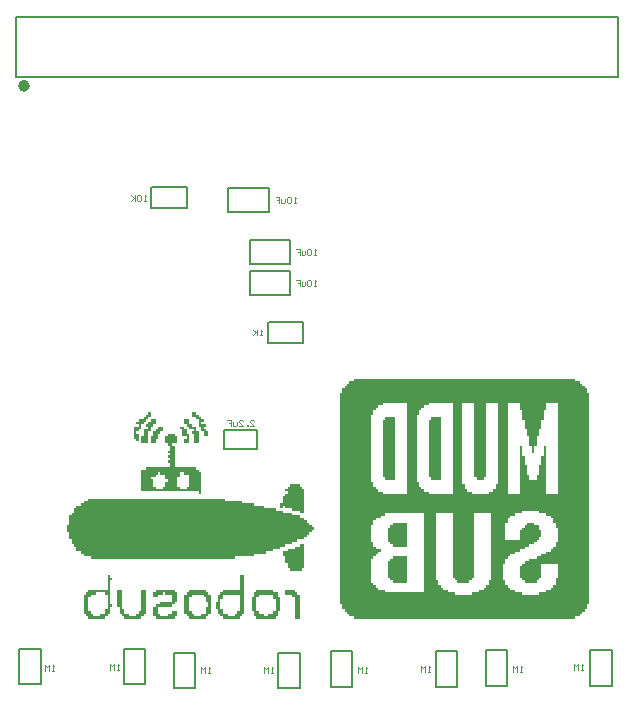
<source format=gbo>
G04*
G04 #@! TF.GenerationSoftware,Altium Limited,Altium Designer,19.1.8 (144)*
G04*
G04 Layer_Color=13431551*
%FSLAX25Y25*%
%MOIN*%
G70*
G01*
G75*
%ADD10C,0.00394*%
%ADD11C,0.00787*%
%ADD77C,0.01968*%
G36*
X127357Y228302D02*
X128157D01*
Y227502D01*
X128957D01*
Y226702D01*
X129757D01*
Y225902D01*
X128957D01*
Y225102D01*
X130558D01*
Y224302D01*
X129757D01*
Y223502D01*
X130558D01*
Y222702D01*
X131358D01*
Y221902D01*
Y221102D01*
X129757D01*
Y221902D01*
Y222702D01*
X128957D01*
Y223502D01*
Y224302D01*
X128157D01*
Y225102D01*
Y225902D01*
Y226702D01*
X127357D01*
Y227502D01*
X125758D01*
Y228302D01*
Y229102D01*
X127357D01*
Y228302D01*
D02*
G37*
G36*
X112157D02*
Y227502D01*
X111357D01*
Y226702D01*
X110557D01*
Y225902D01*
X109757D01*
Y225102D01*
X108958D01*
Y224302D01*
Y223502D01*
X108158D01*
Y222702D01*
X107358D01*
Y221902D01*
X108158D01*
Y221102D01*
Y220302D01*
Y219502D01*
X107358D01*
Y220302D01*
X106558D01*
Y221102D01*
Y221902D01*
Y222702D01*
Y223502D01*
Y224302D01*
X108158D01*
Y225102D01*
X107358D01*
Y225902D01*
X108158D01*
Y226702D01*
X109757D01*
Y227502D01*
X110557D01*
Y228302D01*
X111357D01*
Y229102D01*
X112157D01*
Y228302D01*
D02*
G37*
G36*
X124958Y225902D02*
Y225102D01*
X125758D01*
Y224302D01*
X127357D01*
Y223502D01*
Y222702D01*
X128157D01*
Y221902D01*
Y221102D01*
Y220302D01*
Y219502D01*
Y218702D01*
X126558D01*
Y219502D01*
Y220302D01*
Y221102D01*
Y221902D01*
X125758D01*
Y222702D01*
X126558D01*
Y223502D01*
X124958D01*
Y224302D01*
X124158D01*
Y225102D01*
X123357D01*
Y225902D01*
Y226702D01*
X124958D01*
Y225902D01*
D02*
G37*
G36*
X123357Y223502D02*
X124158D01*
Y222702D01*
Y221902D01*
X124958D01*
Y221102D01*
Y220302D01*
Y219502D01*
Y218702D01*
X123357D01*
Y219502D01*
Y220302D01*
X124158D01*
Y221102D01*
X122557D01*
Y221902D01*
Y222702D01*
Y223502D01*
X121757D01*
Y224302D01*
X123357D01*
Y223502D01*
D02*
G37*
G36*
X116157D02*
Y222702D01*
X115357D01*
Y221902D01*
X114558D01*
Y221102D01*
Y220302D01*
X113758D01*
Y219502D01*
Y218702D01*
X112157D01*
Y219502D01*
Y220302D01*
Y221102D01*
X112958D01*
Y221902D01*
Y222702D01*
X113758D01*
Y223502D01*
X114558D01*
Y224302D01*
X116157D01*
Y223502D01*
D02*
G37*
G36*
X113758Y225902D02*
Y225102D01*
X112958D01*
Y224302D01*
X112157D01*
Y223502D01*
Y222702D01*
X111357D01*
Y221902D01*
Y221102D01*
Y220302D01*
Y219502D01*
Y218702D01*
X108958D01*
Y219502D01*
Y220302D01*
Y221102D01*
X109757D01*
Y221902D01*
Y222702D01*
Y223502D01*
X111357D01*
Y224302D01*
X110557D01*
Y225102D01*
X111357D01*
Y225902D01*
X112157D01*
Y226702D01*
X113758D01*
Y225902D01*
D02*
G37*
G36*
X120158Y221102D02*
X120958D01*
Y220302D01*
Y219502D01*
Y218702D01*
X119358D01*
Y217902D01*
X120158D01*
Y217102D01*
Y216302D01*
Y215502D01*
Y214702D01*
Y213902D01*
Y213102D01*
Y212302D01*
Y211502D01*
Y210702D01*
X127357D01*
Y209902D01*
X128157D01*
Y209102D01*
X128957D01*
Y208302D01*
Y207502D01*
Y206702D01*
Y205902D01*
Y205102D01*
Y204302D01*
Y203502D01*
Y202702D01*
Y201902D01*
X128157D01*
Y202702D01*
X108958D01*
Y203502D01*
Y204302D01*
Y205102D01*
Y205902D01*
Y206702D01*
Y207502D01*
Y208302D01*
Y209102D01*
Y209902D01*
X110557D01*
Y210702D01*
X118558D01*
Y211502D01*
Y212302D01*
X117757D01*
Y213102D01*
X118558D01*
Y213902D01*
X117757D01*
Y214702D01*
X118558D01*
Y215502D01*
X117757D01*
Y216302D01*
X118558D01*
Y217102D01*
Y217902D01*
X117757D01*
Y218702D01*
X116957D01*
Y219502D01*
Y220302D01*
Y221102D01*
X117757D01*
Y221902D01*
X120158D01*
Y221102D01*
D02*
G37*
G36*
X161758Y204302D02*
X162557D01*
Y203502D01*
X163357D01*
Y202702D01*
Y201902D01*
Y201102D01*
Y200302D01*
Y199502D01*
Y198702D01*
Y197902D01*
Y197102D01*
Y196302D01*
Y195502D01*
X161758D01*
Y196302D01*
X159358D01*
Y197102D01*
X156957D01*
Y197902D01*
X156158D01*
Y197102D01*
X155358D01*
Y197902D01*
Y198702D01*
X156158D01*
Y199502D01*
Y200302D01*
Y201102D01*
X156957D01*
Y201902D01*
X157757D01*
Y202702D01*
X156957D01*
Y203502D01*
X157757D01*
Y204302D01*
X158557D01*
Y205102D01*
X161758D01*
Y204302D01*
D02*
G37*
G36*
X136958Y199502D02*
X142558D01*
Y198702D01*
X146557D01*
Y197902D01*
X149758D01*
Y197102D01*
X153758D01*
Y196302D01*
X156158D01*
Y195502D01*
X159358D01*
Y194702D01*
X161758D01*
Y193902D01*
X163357D01*
Y193102D01*
X164157D01*
Y192302D01*
X164957D01*
Y191502D01*
X165758D01*
Y190702D01*
X166558D01*
Y189902D01*
X165758D01*
Y189102D01*
X164957D01*
Y188302D01*
X164157D01*
Y187502D01*
X163357D01*
Y186702D01*
X160958D01*
Y185902D01*
X159358D01*
Y185102D01*
X156957D01*
Y184302D01*
X155358D01*
Y183502D01*
X152957D01*
Y182702D01*
X150557D01*
Y181902D01*
X146557D01*
Y181102D01*
X140157D01*
Y180302D01*
X92158D01*
Y181102D01*
X89758D01*
Y181902D01*
X88958D01*
Y182702D01*
X87357D01*
Y183502D01*
Y184302D01*
X86558D01*
Y185102D01*
X85757D01*
Y185902D01*
Y186702D01*
X84957D01*
Y187502D01*
Y188302D01*
Y189102D01*
X84158D01*
Y189902D01*
Y190702D01*
Y191502D01*
X84957D01*
Y192302D01*
Y193102D01*
Y193902D01*
Y194702D01*
X85757D01*
Y195502D01*
X86558D01*
Y196302D01*
Y197102D01*
X87357D01*
Y197902D01*
X88958D01*
Y198702D01*
X89758D01*
Y199502D01*
X91357D01*
Y200302D01*
X136958D01*
Y199502D01*
D02*
G37*
G36*
X163357Y184302D02*
Y183502D01*
Y182702D01*
Y181902D01*
Y181102D01*
Y180302D01*
Y179502D01*
Y178702D01*
Y177902D01*
Y177102D01*
X162557D01*
Y176302D01*
X158557D01*
Y177102D01*
X157757D01*
Y177902D01*
Y178702D01*
X156957D01*
Y179502D01*
Y180302D01*
Y181102D01*
X156158D01*
Y181902D01*
Y182702D01*
X157757D01*
Y183502D01*
X160158D01*
Y184302D01*
X161758D01*
Y185102D01*
X163357D01*
Y184302D01*
D02*
G37*
G36*
X110557Y169102D02*
Y168302D01*
Y167502D01*
Y166702D01*
Y165902D01*
Y165102D01*
Y164302D01*
Y163502D01*
Y162702D01*
Y161902D01*
X109757D01*
Y161102D01*
X108958D01*
Y160302D01*
X103358D01*
Y161102D01*
X102558D01*
Y161902D01*
X101758D01*
Y162702D01*
Y163502D01*
Y164302D01*
X100958D01*
Y165102D01*
Y165902D01*
Y166702D01*
Y167502D01*
Y168302D01*
Y169102D01*
Y169902D01*
X102558D01*
Y169102D01*
Y168302D01*
Y167502D01*
Y166702D01*
Y165902D01*
Y165102D01*
Y164302D01*
Y163502D01*
X103358D01*
Y162702D01*
Y161902D01*
X104957D01*
Y161102D01*
X107358D01*
Y161902D01*
X108158D01*
Y162702D01*
X108958D01*
Y163502D01*
Y164302D01*
Y165102D01*
Y165902D01*
Y166702D01*
Y167502D01*
Y168302D01*
Y169102D01*
Y169902D01*
X110557D01*
Y169102D01*
D02*
G37*
G36*
X160158D02*
X160958D01*
Y168302D01*
X161758D01*
Y167502D01*
Y166702D01*
Y165902D01*
Y165102D01*
Y164302D01*
Y163502D01*
Y162702D01*
Y161902D01*
Y161102D01*
Y160302D01*
X160158D01*
Y161102D01*
Y161902D01*
Y162702D01*
Y163502D01*
Y164302D01*
Y165102D01*
Y165902D01*
Y166702D01*
Y167502D01*
X159358D01*
Y168302D01*
X156957D01*
Y169102D01*
Y169902D01*
X160158D01*
Y169102D01*
D02*
G37*
G36*
X152957D02*
X154558D01*
Y168302D01*
Y167502D01*
X155358D01*
Y166702D01*
Y165902D01*
Y165102D01*
Y164302D01*
Y163502D01*
Y162702D01*
X154558D01*
Y161902D01*
Y161102D01*
X153758D01*
Y160302D01*
X147357D01*
Y161102D01*
X146557D01*
Y161902D01*
Y162702D01*
X145757D01*
Y163502D01*
Y164302D01*
Y165102D01*
Y165902D01*
Y166702D01*
Y167502D01*
X146557D01*
Y168302D01*
Y169102D01*
X147357D01*
Y169902D01*
X152957D01*
Y169102D01*
D02*
G37*
G36*
X143358Y173902D02*
Y173102D01*
Y172302D01*
Y171502D01*
Y170702D01*
Y169902D01*
Y169102D01*
Y168302D01*
Y167502D01*
Y166702D01*
Y165902D01*
Y165102D01*
Y164302D01*
Y163502D01*
Y162702D01*
Y161902D01*
X142558D01*
Y161102D01*
X141758D01*
Y160302D01*
X136158D01*
Y161102D01*
X135357D01*
Y161902D01*
X134557D01*
Y162702D01*
Y163502D01*
X133757D01*
Y164302D01*
Y165102D01*
Y165902D01*
X134557D01*
Y166702D01*
Y167502D01*
Y168302D01*
X135357D01*
Y169102D01*
X136158D01*
Y169902D01*
X141758D01*
Y170702D01*
Y171502D01*
Y172302D01*
Y173102D01*
Y173902D01*
Y174702D01*
X143358D01*
Y173902D01*
D02*
G37*
G36*
X130558Y169102D02*
X131358D01*
Y168302D01*
X132158D01*
Y167502D01*
Y166702D01*
Y165902D01*
Y165102D01*
Y164302D01*
Y163502D01*
Y162702D01*
Y161902D01*
X131358D01*
Y161102D01*
X130558D01*
Y160302D01*
X124958D01*
Y161102D01*
X124158D01*
Y161902D01*
X123357D01*
Y162702D01*
Y163502D01*
Y164302D01*
Y165102D01*
Y165902D01*
Y166702D01*
Y167502D01*
Y168302D01*
X124158D01*
Y169102D01*
X124958D01*
Y169902D01*
X130558D01*
Y169102D01*
D02*
G37*
G36*
X120158D02*
X120958D01*
Y168302D01*
Y167502D01*
Y166702D01*
Y165902D01*
X120158D01*
Y165102D01*
X119358D01*
Y164302D01*
X114558D01*
Y163502D01*
Y162702D01*
Y161902D01*
X115357D01*
Y161102D01*
X117757D01*
Y161902D01*
X119358D01*
Y162702D01*
X120958D01*
Y161902D01*
Y161102D01*
X120158D01*
Y160302D01*
X113758D01*
Y161102D01*
X112958D01*
Y161902D01*
Y162702D01*
Y163502D01*
Y164302D01*
X113758D01*
Y165102D01*
X115357D01*
Y165902D01*
X119358D01*
Y166702D01*
Y167502D01*
Y168302D01*
X116957D01*
Y169102D01*
X116157D01*
Y168302D01*
X114558D01*
Y167502D01*
X112958D01*
Y168302D01*
Y169102D01*
X113758D01*
Y169902D01*
X120158D01*
Y169102D01*
D02*
G37*
G36*
X98558Y173902D02*
X99357D01*
Y173102D01*
X98558D01*
Y172302D01*
Y171502D01*
Y170702D01*
Y169902D01*
Y169102D01*
Y168302D01*
Y167502D01*
Y166702D01*
Y165902D01*
Y165102D01*
X99357D01*
Y164302D01*
X98558D01*
Y163502D01*
Y162702D01*
Y161902D01*
X97758D01*
Y161102D01*
X96957D01*
Y160302D01*
X91357D01*
Y161102D01*
X90557D01*
Y161902D01*
X89758D01*
Y162702D01*
Y163502D01*
Y164302D01*
Y165102D01*
Y165902D01*
Y166702D01*
Y167502D01*
Y168302D01*
X90557D01*
Y169102D01*
X91357D01*
Y169902D01*
X97758D01*
Y170702D01*
Y171502D01*
Y172302D01*
Y173102D01*
Y173902D01*
Y174702D01*
X98558D01*
Y173902D01*
D02*
G37*
G36*
X253597Y239436D02*
X255197D01*
Y238636D01*
X255997D01*
Y237836D01*
X256797D01*
Y237036D01*
X257597D01*
Y236236D01*
Y235436D01*
X258397D01*
Y234636D01*
Y233836D01*
Y233036D01*
Y232236D01*
Y231436D01*
Y230636D01*
Y229836D01*
Y229036D01*
Y228236D01*
Y227436D01*
Y226636D01*
Y225836D01*
Y225036D01*
Y224236D01*
Y223436D01*
Y222636D01*
Y221836D01*
Y221036D01*
Y220236D01*
Y219436D01*
Y218636D01*
Y217836D01*
Y217036D01*
Y216236D01*
Y215436D01*
Y214636D01*
Y213836D01*
Y213036D01*
Y212236D01*
Y211436D01*
Y210636D01*
Y209836D01*
Y209036D01*
Y208236D01*
Y207436D01*
Y206636D01*
Y205836D01*
Y205036D01*
Y204236D01*
Y203436D01*
Y202636D01*
Y201836D01*
Y201036D01*
Y200236D01*
Y199436D01*
Y198636D01*
Y197836D01*
Y197036D01*
Y196236D01*
Y195436D01*
Y194636D01*
Y193836D01*
Y193036D01*
Y192236D01*
Y191436D01*
Y190636D01*
Y189836D01*
Y189036D01*
Y188236D01*
Y187436D01*
Y186636D01*
Y185836D01*
Y185036D01*
Y184236D01*
Y183436D01*
Y182636D01*
Y181836D01*
Y181036D01*
Y180236D01*
Y179436D01*
Y178636D01*
Y177836D01*
Y177036D01*
Y176236D01*
Y175436D01*
Y174636D01*
Y173836D01*
Y173036D01*
Y172236D01*
Y171436D01*
Y170636D01*
Y169836D01*
Y169036D01*
Y168236D01*
Y167436D01*
Y166636D01*
Y165836D01*
Y165036D01*
X257597D01*
Y164236D01*
Y163436D01*
X256797D01*
Y162636D01*
X255997D01*
Y161836D01*
X255197D01*
Y161036D01*
X253597D01*
Y160236D01*
X179997D01*
Y161036D01*
X178397D01*
Y161836D01*
X177597D01*
Y162636D01*
X176797D01*
Y163436D01*
X175997D01*
Y164236D01*
Y165036D01*
X175197D01*
Y165836D01*
Y166636D01*
Y167436D01*
Y168236D01*
Y169036D01*
Y169836D01*
Y170636D01*
Y171436D01*
Y172236D01*
Y173036D01*
Y173836D01*
Y174636D01*
Y175436D01*
Y176236D01*
Y177036D01*
Y177836D01*
Y178636D01*
Y179436D01*
Y180236D01*
Y181036D01*
Y181836D01*
Y182636D01*
Y183436D01*
Y184236D01*
Y185036D01*
Y185836D01*
Y186636D01*
Y187436D01*
Y188236D01*
Y189036D01*
Y189836D01*
Y190636D01*
Y191436D01*
Y192236D01*
Y193036D01*
Y193836D01*
Y194636D01*
Y195436D01*
Y196236D01*
Y197036D01*
Y197836D01*
Y198636D01*
Y199436D01*
Y200236D01*
Y201036D01*
Y201836D01*
Y202636D01*
Y203436D01*
Y204236D01*
Y205036D01*
Y205836D01*
Y206636D01*
Y207436D01*
Y208236D01*
Y209036D01*
Y209836D01*
Y210636D01*
Y211436D01*
Y212236D01*
Y213036D01*
Y213836D01*
Y214636D01*
Y215436D01*
Y216236D01*
Y217036D01*
Y217836D01*
Y218636D01*
Y219436D01*
Y220236D01*
Y221036D01*
Y221836D01*
Y222636D01*
Y223436D01*
Y224236D01*
Y225036D01*
Y225836D01*
Y226636D01*
Y227436D01*
Y228236D01*
Y229036D01*
Y229836D01*
Y230636D01*
Y231436D01*
Y232236D01*
Y233036D01*
Y233836D01*
Y234636D01*
Y235436D01*
X175997D01*
Y236236D01*
Y237036D01*
X176797D01*
Y237836D01*
X177597D01*
Y238636D01*
X178397D01*
Y239436D01*
X179997D01*
Y240236D01*
X253597D01*
Y239436D01*
D02*
G37*
%LPC*%
G36*
X123357Y209102D02*
X121757D01*
Y208302D01*
Y207502D01*
X120958D01*
Y206702D01*
Y205902D01*
Y205102D01*
Y204302D01*
X121757D01*
Y203502D01*
X124158D01*
Y204302D01*
X124958D01*
Y205102D01*
Y205902D01*
Y206702D01*
Y207502D01*
Y208302D01*
X123357D01*
Y209102D01*
D02*
G37*
G36*
X115357D02*
X114558D01*
Y208302D01*
X113758D01*
Y207502D01*
X112157D01*
Y206702D01*
X112958D01*
Y205902D01*
Y205102D01*
Y204302D01*
X113758D01*
Y203502D01*
X116157D01*
Y204302D01*
X116957D01*
Y205102D01*
Y205902D01*
X117757D01*
Y206702D01*
X116957D01*
Y207502D01*
Y208302D01*
X115357D01*
Y209102D01*
D02*
G37*
G36*
X152957Y168302D02*
X148158D01*
Y167502D01*
X147357D01*
Y166702D01*
Y165902D01*
Y165102D01*
Y164302D01*
Y163502D01*
Y162702D01*
X148158D01*
Y161902D01*
X149758D01*
Y161102D01*
X151357D01*
Y161902D01*
X152957D01*
Y162702D01*
X153758D01*
Y163502D01*
Y164302D01*
Y165102D01*
Y165902D01*
Y166702D01*
X152957D01*
Y167502D01*
Y168302D01*
D02*
G37*
G36*
X141758D02*
X136158D01*
Y167502D01*
Y166702D01*
X135357D01*
Y165902D01*
Y165102D01*
Y164302D01*
Y163502D01*
X136158D01*
Y162702D01*
Y161902D01*
X137758D01*
Y161102D01*
X140157D01*
Y161902D01*
X140957D01*
Y162702D01*
X141758D01*
Y163502D01*
Y164302D01*
Y165102D01*
Y165902D01*
Y166702D01*
Y167502D01*
Y168302D01*
D02*
G37*
G36*
X129757D02*
X125758D01*
Y167502D01*
X124958D01*
Y166702D01*
Y165902D01*
Y165102D01*
Y164302D01*
Y163502D01*
Y162702D01*
X125758D01*
Y161902D01*
X126558D01*
Y161102D01*
X128957D01*
Y161902D01*
X130558D01*
Y162702D01*
Y163502D01*
Y164302D01*
X131358D01*
Y165102D01*
Y165902D01*
X130558D01*
Y166702D01*
Y167502D01*
X129757D01*
Y168302D01*
D02*
G37*
G36*
X96957Y169102D02*
X93757D01*
Y168302D01*
X92158D01*
Y167502D01*
X91357D01*
Y166702D01*
Y165902D01*
Y165102D01*
Y164302D01*
Y163502D01*
Y162702D01*
X92158D01*
Y161902D01*
X92958D01*
Y161102D01*
X95358D01*
Y161902D01*
X96957D01*
Y162702D01*
Y163502D01*
X97758D01*
Y164302D01*
Y165102D01*
Y165902D01*
Y166702D01*
Y167502D01*
Y168302D01*
X96957D01*
Y169102D01*
D02*
G37*
G36*
X247997Y232236D02*
X243997D01*
Y231436D01*
Y230636D01*
Y229836D01*
X243197D01*
Y229036D01*
Y228236D01*
Y227436D01*
Y226636D01*
X242397D01*
Y225836D01*
Y225036D01*
Y224236D01*
Y223436D01*
X241597D01*
Y222636D01*
Y221836D01*
Y221036D01*
X240797D01*
Y220236D01*
Y219436D01*
Y218636D01*
Y217836D01*
X239997D01*
Y217036D01*
Y216236D01*
Y215436D01*
X239197D01*
Y216236D01*
Y217036D01*
Y217836D01*
X238397D01*
Y218636D01*
Y219436D01*
Y220236D01*
Y221036D01*
X237597D01*
Y221836D01*
Y222636D01*
Y223436D01*
X236797D01*
Y224236D01*
Y225036D01*
Y225836D01*
Y226636D01*
X235997D01*
Y227436D01*
Y228236D01*
Y229036D01*
Y229836D01*
X235197D01*
Y230636D01*
Y231436D01*
Y232236D01*
X231197D01*
Y231436D01*
Y230636D01*
Y229836D01*
Y229036D01*
Y228236D01*
Y227436D01*
Y226636D01*
Y225836D01*
Y225036D01*
Y224236D01*
Y223436D01*
Y222636D01*
Y221836D01*
Y221036D01*
Y220236D01*
Y219436D01*
Y218636D01*
Y217836D01*
Y217036D01*
Y216236D01*
Y215436D01*
Y214636D01*
Y213836D01*
Y213036D01*
Y212236D01*
Y211436D01*
Y210636D01*
Y209836D01*
Y209036D01*
Y208236D01*
Y207436D01*
Y206636D01*
Y205836D01*
Y205036D01*
Y204236D01*
Y203436D01*
Y202636D01*
Y201836D01*
X235197D01*
Y202636D01*
Y203436D01*
Y204236D01*
Y205036D01*
Y205836D01*
Y206636D01*
Y207436D01*
Y208236D01*
Y209036D01*
Y209836D01*
Y210636D01*
Y211436D01*
Y212236D01*
Y213036D01*
Y213836D01*
Y214636D01*
Y215436D01*
Y216236D01*
Y217036D01*
Y217836D01*
X235997D01*
Y217036D01*
Y216236D01*
Y215436D01*
Y214636D01*
X236797D01*
Y213836D01*
Y213036D01*
Y212236D01*
Y211436D01*
X237597D01*
Y210636D01*
Y209836D01*
Y209036D01*
Y208236D01*
X238397D01*
Y207436D01*
Y206636D01*
X240797D01*
Y207436D01*
Y208236D01*
X241597D01*
Y209036D01*
Y209836D01*
Y210636D01*
Y211436D01*
X242397D01*
Y212236D01*
Y213036D01*
Y213836D01*
Y214636D01*
X243197D01*
Y215436D01*
Y216236D01*
Y217036D01*
Y217836D01*
X243997D01*
Y217036D01*
Y216236D01*
Y215436D01*
Y214636D01*
Y213836D01*
Y213036D01*
Y212236D01*
Y211436D01*
Y210636D01*
Y209836D01*
Y209036D01*
Y208236D01*
Y207436D01*
Y206636D01*
Y205836D01*
Y205036D01*
Y204236D01*
Y203436D01*
Y202636D01*
Y201836D01*
X247997D01*
Y202636D01*
Y203436D01*
Y204236D01*
Y205036D01*
Y205836D01*
Y206636D01*
Y207436D01*
Y208236D01*
Y209036D01*
Y209836D01*
Y210636D01*
Y211436D01*
Y212236D01*
Y213036D01*
Y213836D01*
Y214636D01*
Y215436D01*
Y216236D01*
Y217036D01*
Y217836D01*
Y218636D01*
Y219436D01*
Y220236D01*
Y221036D01*
Y221836D01*
Y222636D01*
Y223436D01*
Y224236D01*
Y225036D01*
Y225836D01*
Y226636D01*
Y227436D01*
Y228236D01*
Y229036D01*
Y229836D01*
Y230636D01*
Y231436D01*
Y232236D01*
D02*
G37*
G36*
X227997D02*
X223997D01*
Y231436D01*
Y230636D01*
Y229836D01*
Y229036D01*
Y228236D01*
Y227436D01*
Y226636D01*
Y225836D01*
Y225036D01*
Y224236D01*
Y223436D01*
Y222636D01*
Y221836D01*
Y221036D01*
Y220236D01*
Y219436D01*
Y218636D01*
Y217836D01*
Y217036D01*
Y216236D01*
Y215436D01*
Y214636D01*
Y213836D01*
Y213036D01*
Y212236D01*
Y211436D01*
Y210636D01*
Y209836D01*
Y209036D01*
Y208236D01*
Y207436D01*
X223197D01*
Y206636D01*
X220797D01*
Y207436D01*
X219997D01*
Y208236D01*
Y209036D01*
Y209836D01*
Y210636D01*
Y211436D01*
Y212236D01*
Y213036D01*
Y213836D01*
Y214636D01*
Y215436D01*
Y216236D01*
Y217036D01*
Y217836D01*
Y218636D01*
Y219436D01*
Y220236D01*
Y221036D01*
Y221836D01*
Y222636D01*
Y223436D01*
Y224236D01*
Y225036D01*
Y225836D01*
Y226636D01*
Y227436D01*
Y228236D01*
Y229036D01*
Y229836D01*
Y230636D01*
Y231436D01*
Y232236D01*
X215997D01*
Y231436D01*
Y230636D01*
Y229836D01*
Y229036D01*
Y228236D01*
Y227436D01*
Y226636D01*
Y225836D01*
Y225036D01*
Y224236D01*
Y223436D01*
Y222636D01*
Y221836D01*
Y221036D01*
Y220236D01*
Y219436D01*
Y218636D01*
Y217836D01*
Y217036D01*
Y216236D01*
Y215436D01*
Y214636D01*
Y213836D01*
Y213036D01*
Y212236D01*
Y211436D01*
Y210636D01*
Y209836D01*
Y209036D01*
Y208236D01*
Y207436D01*
Y206636D01*
Y205836D01*
Y205036D01*
X216797D01*
Y204236D01*
Y203436D01*
X217597D01*
Y202636D01*
X219197D01*
Y201836D01*
X224797D01*
Y202636D01*
X226397D01*
Y203436D01*
X227197D01*
Y204236D01*
Y205036D01*
X227997D01*
Y205836D01*
Y206636D01*
Y207436D01*
Y208236D01*
Y209036D01*
Y209836D01*
Y210636D01*
Y211436D01*
Y212236D01*
Y213036D01*
Y213836D01*
Y214636D01*
Y215436D01*
Y216236D01*
Y217036D01*
Y217836D01*
Y218636D01*
Y219436D01*
Y220236D01*
Y221036D01*
Y221836D01*
Y222636D01*
Y223436D01*
Y224236D01*
Y225036D01*
Y225836D01*
Y226636D01*
Y227436D01*
Y228236D01*
Y229036D01*
Y229836D01*
Y230636D01*
Y231436D01*
Y232236D01*
D02*
G37*
G36*
X212797D02*
X204797D01*
Y231436D01*
X203197D01*
Y230636D01*
X202397D01*
Y229836D01*
X201597D01*
Y229036D01*
Y228236D01*
X200797D01*
Y227436D01*
Y226636D01*
Y225836D01*
Y225036D01*
Y224236D01*
Y223436D01*
Y222636D01*
Y221836D01*
Y221036D01*
Y220236D01*
Y219436D01*
Y218636D01*
Y217836D01*
Y217036D01*
Y216236D01*
Y215436D01*
Y214636D01*
Y213836D01*
Y213036D01*
Y212236D01*
Y211436D01*
Y210636D01*
Y209836D01*
Y209036D01*
Y208236D01*
Y207436D01*
Y206636D01*
Y205836D01*
X201597D01*
Y205036D01*
Y204236D01*
X202397D01*
Y203436D01*
X203197D01*
Y202636D01*
X204797D01*
Y201836D01*
X212797D01*
Y202636D01*
Y203436D01*
Y204236D01*
Y205036D01*
Y205836D01*
Y206636D01*
Y207436D01*
Y208236D01*
Y209036D01*
Y209836D01*
Y210636D01*
Y211436D01*
Y212236D01*
Y213036D01*
Y213836D01*
Y214636D01*
Y215436D01*
Y216236D01*
Y217036D01*
Y217836D01*
Y218636D01*
Y219436D01*
Y220236D01*
Y221036D01*
Y221836D01*
Y222636D01*
Y223436D01*
Y224236D01*
Y225036D01*
Y225836D01*
Y226636D01*
Y227436D01*
Y228236D01*
Y229036D01*
Y229836D01*
Y230636D01*
Y231436D01*
Y232236D01*
D02*
G37*
G36*
X197597D02*
X189597D01*
Y231436D01*
X187997D01*
Y230636D01*
X187197D01*
Y229836D01*
X186397D01*
Y229036D01*
Y228236D01*
X185597D01*
Y227436D01*
Y226636D01*
Y225836D01*
Y225036D01*
Y224236D01*
Y223436D01*
Y222636D01*
Y221836D01*
Y221036D01*
Y220236D01*
Y219436D01*
Y218636D01*
Y217836D01*
Y217036D01*
Y216236D01*
Y215436D01*
Y214636D01*
Y213836D01*
Y213036D01*
Y212236D01*
Y211436D01*
Y210636D01*
Y209836D01*
Y209036D01*
Y208236D01*
Y207436D01*
Y206636D01*
Y205836D01*
X186397D01*
Y205036D01*
Y204236D01*
X187197D01*
Y203436D01*
X187997D01*
Y202636D01*
X189597D01*
Y201836D01*
X197597D01*
Y202636D01*
Y203436D01*
Y204236D01*
Y205036D01*
Y205836D01*
Y206636D01*
Y207436D01*
Y208236D01*
Y209036D01*
Y209836D01*
Y210636D01*
Y211436D01*
Y212236D01*
Y213036D01*
Y213836D01*
Y214636D01*
Y215436D01*
Y216236D01*
Y217036D01*
Y217836D01*
Y218636D01*
Y219436D01*
Y220236D01*
Y221036D01*
Y221836D01*
Y222636D01*
Y223436D01*
Y224236D01*
Y225036D01*
Y225836D01*
Y226636D01*
Y227436D01*
Y228236D01*
Y229036D01*
Y229836D01*
Y230636D01*
Y231436D01*
Y232236D01*
D02*
G37*
G36*
X225597Y195436D02*
X219997D01*
Y194636D01*
Y193836D01*
Y193036D01*
Y192236D01*
Y191436D01*
Y190636D01*
Y189836D01*
Y189036D01*
Y188236D01*
Y187436D01*
Y186636D01*
Y185836D01*
Y185036D01*
Y184236D01*
Y183436D01*
Y182636D01*
Y181836D01*
Y181036D01*
Y180236D01*
Y179436D01*
Y178636D01*
Y177836D01*
Y177036D01*
Y176236D01*
Y175436D01*
Y174636D01*
Y173836D01*
X219197D01*
Y173036D01*
X218397D01*
Y172236D01*
X214397D01*
Y173036D01*
X213597D01*
Y173836D01*
X212797D01*
Y174636D01*
Y175436D01*
Y176236D01*
Y177036D01*
Y177836D01*
Y178636D01*
Y179436D01*
Y180236D01*
Y181036D01*
Y181836D01*
Y182636D01*
Y183436D01*
Y184236D01*
Y185036D01*
Y185836D01*
Y186636D01*
Y187436D01*
Y188236D01*
Y189036D01*
Y189836D01*
Y190636D01*
Y191436D01*
Y192236D01*
Y193036D01*
Y193836D01*
Y194636D01*
Y195436D01*
X207197D01*
Y194636D01*
Y193836D01*
Y193036D01*
Y192236D01*
Y191436D01*
Y190636D01*
Y189836D01*
Y189036D01*
Y188236D01*
Y187436D01*
Y186636D01*
Y185836D01*
Y185036D01*
Y184236D01*
Y183436D01*
Y182636D01*
Y181836D01*
Y181036D01*
Y180236D01*
Y179436D01*
Y178636D01*
Y177836D01*
Y177036D01*
Y176236D01*
Y175436D01*
Y174636D01*
Y173836D01*
Y173036D01*
X207997D01*
Y172236D01*
Y171436D01*
X208797D01*
Y170636D01*
X209597D01*
Y169836D01*
X211197D01*
Y169036D01*
X213597D01*
Y168236D01*
X219197D01*
Y169036D01*
X221597D01*
Y169836D01*
X223197D01*
Y170636D01*
X223997D01*
Y171436D01*
X224797D01*
Y172236D01*
Y173036D01*
X225597D01*
Y173836D01*
Y174636D01*
Y175436D01*
Y176236D01*
Y177036D01*
Y177836D01*
Y178636D01*
Y179436D01*
Y180236D01*
Y181036D01*
Y181836D01*
Y182636D01*
Y183436D01*
Y184236D01*
Y185036D01*
Y185836D01*
Y186636D01*
Y187436D01*
Y188236D01*
Y189036D01*
Y189836D01*
Y190636D01*
Y191436D01*
Y192236D01*
Y193036D01*
Y193836D01*
Y194636D01*
Y195436D01*
D02*
G37*
G36*
X203197D02*
X190397D01*
Y194636D01*
X188797D01*
Y193836D01*
X187197D01*
Y193036D01*
X186397D01*
Y192236D01*
Y191436D01*
X185597D01*
Y190636D01*
Y189836D01*
Y189036D01*
Y188236D01*
Y187436D01*
Y186636D01*
Y185836D01*
X186397D01*
Y185036D01*
Y184236D01*
X187197D01*
Y183436D01*
X188797D01*
Y182636D01*
X187997D01*
Y181836D01*
X187197D01*
Y181036D01*
X186397D01*
Y180236D01*
X185597D01*
Y179436D01*
Y178636D01*
Y177836D01*
Y177036D01*
Y176236D01*
Y175436D01*
Y174636D01*
Y173836D01*
Y173036D01*
Y172236D01*
X186397D01*
Y171436D01*
X187197D01*
Y170636D01*
X187997D01*
Y169836D01*
X190397D01*
Y169036D01*
X203197D01*
Y169836D01*
Y170636D01*
Y171436D01*
Y172236D01*
Y173036D01*
Y173836D01*
Y174636D01*
Y175436D01*
Y176236D01*
Y177036D01*
Y177836D01*
Y178636D01*
Y179436D01*
Y180236D01*
Y181036D01*
Y181836D01*
Y182636D01*
Y183436D01*
Y184236D01*
Y185036D01*
Y185836D01*
Y186636D01*
Y187436D01*
Y188236D01*
Y189036D01*
Y189836D01*
Y190636D01*
Y191436D01*
Y192236D01*
Y193036D01*
Y193836D01*
Y194636D01*
Y195436D01*
D02*
G37*
G36*
X241597Y196236D02*
X235997D01*
Y195436D01*
X233597D01*
Y194636D01*
X231997D01*
Y193836D01*
X231197D01*
Y193036D01*
Y192236D01*
X230397D01*
Y191436D01*
Y190636D01*
Y189836D01*
Y189036D01*
Y188236D01*
Y187436D01*
Y186636D01*
X235197D01*
Y187436D01*
Y188236D01*
Y189036D01*
Y189836D01*
X235997D01*
Y190636D01*
X236797D01*
Y191436D01*
X237597D01*
Y192236D01*
X239997D01*
Y191436D01*
X241597D01*
Y190636D01*
Y189836D01*
X242397D01*
Y189036D01*
Y188236D01*
Y187436D01*
X241597D01*
Y186636D01*
X240797D01*
Y185836D01*
X239997D01*
Y185036D01*
X238397D01*
Y184236D01*
X236797D01*
Y183436D01*
X235197D01*
Y182636D01*
X233597D01*
Y181836D01*
X231997D01*
Y181036D01*
X231197D01*
Y180236D01*
X230397D01*
Y179436D01*
Y178636D01*
X229597D01*
Y177836D01*
Y177036D01*
Y176236D01*
Y175436D01*
Y174636D01*
Y173836D01*
Y173036D01*
X230397D01*
Y172236D01*
Y171436D01*
X231197D01*
Y170636D01*
X231997D01*
Y169836D01*
X233597D01*
Y169036D01*
X235997D01*
Y168236D01*
X241597D01*
Y169036D01*
X243997D01*
Y169836D01*
X245597D01*
Y170636D01*
X246397D01*
Y171436D01*
X247197D01*
Y172236D01*
Y173036D01*
Y173836D01*
X247997D01*
Y174636D01*
Y175436D01*
Y176236D01*
Y177036D01*
Y177836D01*
Y178636D01*
X242397D01*
Y177836D01*
Y177036D01*
Y176236D01*
Y175436D01*
Y174636D01*
Y173836D01*
X241597D01*
Y173036D01*
X240797D01*
Y172236D01*
X236797D01*
Y173036D01*
X235997D01*
Y173836D01*
X235197D01*
Y174636D01*
Y175436D01*
Y176236D01*
Y177036D01*
Y177836D01*
X235997D01*
Y178636D01*
X236797D01*
Y179436D01*
X238397D01*
Y180236D01*
X240797D01*
Y181036D01*
X242397D01*
Y181836D01*
X243997D01*
Y182636D01*
X245597D01*
Y183436D01*
X246397D01*
Y184236D01*
X247197D01*
Y185036D01*
Y185836D01*
X247997D01*
Y186636D01*
Y187436D01*
Y188236D01*
Y189036D01*
Y189836D01*
Y190636D01*
X247197D01*
Y191436D01*
Y192236D01*
X246397D01*
Y193036D01*
Y193836D01*
X245597D01*
Y194636D01*
X243997D01*
Y195436D01*
X241597D01*
Y196236D01*
D02*
G37*
%LPD*%
G36*
X208797Y226636D02*
Y225836D01*
Y225036D01*
Y224236D01*
Y223436D01*
Y222636D01*
Y221836D01*
Y221036D01*
Y220236D01*
Y219436D01*
Y218636D01*
Y217836D01*
Y217036D01*
Y216236D01*
Y215436D01*
Y214636D01*
Y213836D01*
Y213036D01*
Y212236D01*
Y211436D01*
Y210636D01*
Y209836D01*
Y209036D01*
Y208236D01*
Y207436D01*
Y206636D01*
X205597D01*
Y207436D01*
X204797D01*
Y208236D01*
Y209036D01*
Y209836D01*
Y210636D01*
Y211436D01*
Y212236D01*
Y213036D01*
Y213836D01*
Y214636D01*
Y215436D01*
Y216236D01*
Y217036D01*
Y217836D01*
Y218636D01*
Y219436D01*
Y220236D01*
Y221036D01*
Y221836D01*
Y222636D01*
Y223436D01*
Y224236D01*
Y225036D01*
Y225836D01*
Y226636D01*
X205597D01*
Y227436D01*
X208797D01*
Y226636D01*
D02*
G37*
G36*
X193597D02*
Y225836D01*
Y225036D01*
Y224236D01*
Y223436D01*
Y222636D01*
Y221836D01*
Y221036D01*
Y220236D01*
Y219436D01*
Y218636D01*
Y217836D01*
Y217036D01*
Y216236D01*
Y215436D01*
Y214636D01*
Y213836D01*
Y213036D01*
Y212236D01*
Y211436D01*
Y210636D01*
Y209836D01*
Y209036D01*
Y208236D01*
Y207436D01*
Y206636D01*
X190397D01*
Y207436D01*
X189597D01*
Y208236D01*
Y209036D01*
Y209836D01*
Y210636D01*
Y211436D01*
Y212236D01*
Y213036D01*
Y213836D01*
Y214636D01*
Y215436D01*
Y216236D01*
Y217036D01*
Y217836D01*
Y218636D01*
Y219436D01*
Y220236D01*
Y221036D01*
Y221836D01*
Y222636D01*
Y223436D01*
Y224236D01*
Y225036D01*
Y225836D01*
Y226636D01*
X190397D01*
Y227436D01*
X193597D01*
Y226636D01*
D02*
G37*
G36*
X197597Y191436D02*
Y190636D01*
Y189836D01*
Y189036D01*
Y188236D01*
Y187436D01*
Y186636D01*
Y185836D01*
Y185036D01*
Y184236D01*
X192797D01*
Y185036D01*
X191997D01*
Y185836D01*
X191197D01*
Y186636D01*
Y187436D01*
Y188236D01*
Y189036D01*
Y189836D01*
Y190636D01*
X191997D01*
Y191436D01*
X192797D01*
Y192236D01*
X197597D01*
Y191436D01*
D02*
G37*
G36*
Y180236D02*
Y179436D01*
Y178636D01*
Y177836D01*
Y177036D01*
Y176236D01*
Y175436D01*
Y174636D01*
Y173836D01*
Y173036D01*
Y172236D01*
X192797D01*
Y173036D01*
X191997D01*
Y173836D01*
X191197D01*
Y174636D01*
Y175436D01*
Y176236D01*
Y177036D01*
Y177836D01*
Y178636D01*
Y179436D01*
X191997D01*
Y180236D01*
X192797D01*
Y181036D01*
X197597D01*
Y180236D01*
D02*
G37*
D10*
X205118Y142520D02*
X204462D01*
X204790D01*
Y144488D01*
X205118Y144160D01*
X203478Y142520D02*
Y144488D01*
X202822Y143832D01*
X202166Y144488D01*
Y142520D01*
X184252Y142126D02*
X183596D01*
X183924D01*
Y144094D01*
X184252Y143766D01*
X182612Y142126D02*
Y144094D01*
X181956Y143438D01*
X181300Y144094D01*
Y142126D01*
X152756D02*
X152100D01*
X152428D01*
Y144094D01*
X152756Y143766D01*
X151116Y142126D02*
Y144094D01*
X150460Y143438D01*
X149804Y144094D01*
Y142126D01*
X131890D02*
X131234D01*
X131562D01*
Y144094D01*
X131890Y143766D01*
X130250Y142126D02*
Y144094D01*
X129594Y143438D01*
X128938Y144094D01*
Y142126D01*
X101575Y143307D02*
X100919D01*
X101247D01*
Y145275D01*
X101575Y144947D01*
X99935Y143307D02*
Y145275D01*
X99279Y144619D01*
X98623Y145275D01*
Y143307D01*
X79921Y142913D02*
X79265D01*
X79593D01*
Y144881D01*
X79921Y144553D01*
X78281Y142913D02*
Y144881D01*
X77625Y144225D01*
X76969Y144881D01*
Y142913D01*
X149213Y254724D02*
X148557D01*
X148885D01*
Y256692D01*
X149213Y256364D01*
X147573Y256692D02*
Y254724D01*
Y255380D01*
X146261Y256692D01*
X147245Y255708D01*
X146261Y254724D01*
X110630Y299606D02*
X109974D01*
X110302D01*
Y301574D01*
X110630Y301246D01*
X108990D02*
X108662Y301574D01*
X108006D01*
X107678Y301246D01*
Y299934D01*
X108006Y299606D01*
X108662D01*
X108990Y299934D01*
Y301246D01*
X107022Y301574D02*
Y299606D01*
Y300262D01*
X105710Y301574D01*
X106694Y300590D01*
X105710Y299606D01*
X235827Y142520D02*
X235171D01*
X235499D01*
Y144488D01*
X235827Y144160D01*
X234187Y142520D02*
Y144488D01*
X233531Y143832D01*
X232875Y144488D01*
Y142520D01*
X256299Y143307D02*
X255643D01*
X255971D01*
Y145275D01*
X256299Y144947D01*
X254659Y143307D02*
Y145275D01*
X254003Y144619D01*
X253347Y145275D01*
Y143307D01*
X145145Y224410D02*
X146457D01*
X145145Y225721D01*
Y226049D01*
X145473Y226377D01*
X146129D01*
X146457Y226049D01*
X144489Y224410D02*
Y224737D01*
X144161D01*
Y224410D01*
X144489D01*
X141537D02*
X142849D01*
X141537Y225721D01*
Y226049D01*
X141865Y226377D01*
X142521D01*
X142849Y226049D01*
X140881Y225721D02*
Y224737D01*
X140553Y224410D01*
X139569D01*
Y225721D01*
X137601Y226377D02*
X138913D01*
Y225393D01*
X138257D01*
X138913D01*
Y224410D01*
X167323Y271260D02*
X166667D01*
X166995D01*
Y273228D01*
X167323Y272900D01*
X165683D02*
X165355Y273228D01*
X164699D01*
X164371Y272900D01*
Y271588D01*
X164699Y271260D01*
X165355D01*
X165683Y271588D01*
Y272900D01*
X163715Y272572D02*
Y271588D01*
X163387Y271260D01*
X162403D01*
Y272572D01*
X160435Y273228D02*
X161747D01*
Y272244D01*
X161091D01*
X161747D01*
Y271260D01*
X167323Y281496D02*
X166667D01*
X166995D01*
Y283464D01*
X167323Y283136D01*
X165683D02*
X165355Y283464D01*
X164699D01*
X164371Y283136D01*
Y281824D01*
X164699Y281496D01*
X165355D01*
X165683Y281824D01*
Y283136D01*
X163715Y282808D02*
Y281824D01*
X163387Y281496D01*
X162403D01*
Y282808D01*
X160435Y283464D02*
X161747D01*
Y282480D01*
X161091D01*
X161747D01*
Y281496D01*
X160630Y298819D02*
X159974D01*
X160302D01*
Y300787D01*
X160630Y300459D01*
X158990D02*
X158662Y300787D01*
X158006D01*
X157678Y300459D01*
Y299147D01*
X158006Y298819D01*
X158662D01*
X158990Y299147D01*
Y300459D01*
X157022Y300131D02*
Y299147D01*
X156694Y298819D01*
X155710D01*
Y300131D01*
X153742Y300787D02*
X155054D01*
Y299803D01*
X154398D01*
X155054D01*
Y298819D01*
D11*
X267831Y340709D02*
Y360709D01*
X67331Y340709D02*
Y360709D01*
X267831D01*
X67331Y340709D02*
X267831D01*
X119903Y149032D02*
X126989D01*
X123446Y137222D02*
X126989D01*
Y149032D01*
X119903Y137418D02*
Y149032D01*
Y137222D02*
X123446D01*
X258661Y149803D02*
X265748D01*
X262205Y137992D02*
X265748D01*
Y149803D01*
X258661Y138189D02*
Y149803D01*
Y137992D02*
X262205D01*
X223840Y149820D02*
X230926D01*
X227383Y138009D02*
X230926D01*
Y149820D01*
X223840Y138206D02*
Y149820D01*
Y138009D02*
X227383D01*
X207087Y149409D02*
X214173D01*
X210630Y137598D02*
X214173D01*
Y149409D01*
X207087Y137795D02*
Y149409D01*
Y137598D02*
X210630D01*
X172265Y149426D02*
X179351D01*
X175808Y137615D02*
X179351D01*
Y149426D01*
X172265Y137812D02*
Y149426D01*
Y137615D02*
X175808D01*
X154724Y149016D02*
X161811D01*
X158268Y137205D02*
X161811D01*
Y149016D01*
X154724Y137402D02*
Y149016D01*
Y137205D02*
X158268D01*
X68328Y150214D02*
X75414D01*
X71871Y138403D02*
X75414D01*
Y150214D01*
X68328Y138600D02*
Y150214D01*
Y138403D02*
X71871D01*
X147638Y216929D02*
Y220079D01*
X136614Y216929D02*
X147638D01*
X136614D02*
Y223228D01*
X147638D01*
Y220079D02*
Y223228D01*
X163055Y252173D02*
Y259260D01*
X151244Y252173D02*
Y255716D01*
Y252173D02*
X163055D01*
X151441Y259260D02*
X163055D01*
X151244Y255716D02*
Y259260D01*
X158724Y268315D02*
Y272252D01*
X145141Y268315D02*
X158724D01*
X145141D02*
Y276189D01*
X158724D01*
Y272252D02*
Y276189D01*
Y278551D02*
Y282488D01*
X145141Y278551D02*
X158724D01*
X145141D02*
Y286425D01*
X158724D01*
Y282488D02*
Y286425D01*
X138055Y299811D02*
Y303748D01*
X151637D01*
Y295874D02*
Y303748D01*
X138055Y295874D02*
X151637D01*
X138055D02*
Y299811D01*
X124213Y297244D02*
Y304331D01*
X112402Y297244D02*
Y300787D01*
Y297244D02*
X124213D01*
X112598Y304331D02*
X124213D01*
X112402Y300787D02*
Y304331D01*
X103150Y150197D02*
X110236D01*
X106693Y138386D02*
X110236D01*
Y150197D01*
X103150Y138583D02*
Y150197D01*
Y138386D02*
X106693D01*
D77*
X70874Y337913D02*
G03*
X70874Y337913I-984J0D01*
G01*
M02*

</source>
